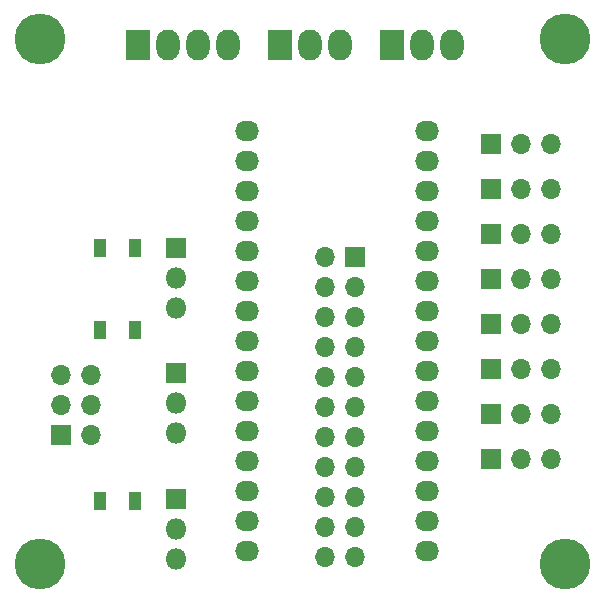
<source format=gbr>
G04 #@! TF.GenerationSoftware,KiCad,Pcbnew,(5.1.4-0-10_14)*
G04 #@! TF.CreationDate,2019-11-14T12:01:29+01:00*
G04 #@! TF.ProjectId,NANO IO,4e414e4f-2049-44f2-9e6b-696361645f70,-*
G04 #@! TF.SameCoordinates,Original*
G04 #@! TF.FileFunction,Soldermask,Bot*
G04 #@! TF.FilePolarity,Negative*
%FSLAX46Y46*%
G04 Gerber Fmt 4.6, Leading zero omitted, Abs format (unit mm)*
G04 Created by KiCad (PCBNEW (5.1.4-0-10_14)) date 2019-11-14 12:01:29*
%MOMM*%
%LPD*%
G04 APERTURE LIST*
%ADD10R,2.000000X2.600000*%
%ADD11O,2.000000X2.600000*%
%ADD12O,2.032000X1.727200*%
%ADD13R,1.800000X1.800000*%
%ADD14O,1.800000X1.800000*%
%ADD15C,4.300000*%
%ADD16R,1.000000X1.600000*%
%ADD17R,1.700000X1.700000*%
%ADD18O,1.700000X1.700000*%
G04 APERTURE END LIST*
D10*
X137848737Y-65278000D03*
D11*
X140388737Y-65278000D03*
X142928737Y-65278000D03*
X145468737Y-65278000D03*
D12*
X147066000Y-72517000D03*
X147066000Y-75057000D03*
X147066000Y-77597000D03*
X147066000Y-80137000D03*
X147066000Y-82677000D03*
X147066000Y-85217000D03*
X147066000Y-87757000D03*
X147066000Y-90297000D03*
X147066000Y-92837000D03*
X147066000Y-95377000D03*
X147066000Y-97917000D03*
X147066000Y-100457000D03*
X147066000Y-102997000D03*
X147066000Y-105537000D03*
X147066000Y-108077000D03*
X162306000Y-72517000D03*
X162306000Y-75057000D03*
X162306000Y-77597000D03*
X162306000Y-80137000D03*
X162306000Y-82677000D03*
X162306000Y-85217000D03*
X162306000Y-87757000D03*
X162306000Y-90297000D03*
X162306000Y-92837000D03*
X162306000Y-95377000D03*
X162306000Y-97917000D03*
X162306000Y-100457000D03*
X162306000Y-102997000D03*
X162306000Y-105537000D03*
X162306000Y-108077000D03*
D13*
X141100000Y-103660000D03*
D14*
X141100000Y-106200000D03*
X141100000Y-108740000D03*
D10*
X149860000Y-65278000D03*
D11*
X152400000Y-65278000D03*
X154940000Y-65278000D03*
D10*
X159385000Y-65278000D03*
D11*
X161925000Y-65278000D03*
X164465000Y-65278000D03*
D15*
X173990000Y-64770000D03*
X173990000Y-109220000D03*
X129540000Y-109220000D03*
D16*
X134600000Y-82460000D03*
X137600000Y-82460000D03*
X134600000Y-89360000D03*
X137600000Y-89360000D03*
X134600000Y-103860000D03*
X137600000Y-103860000D03*
D17*
X156210000Y-83185000D03*
D18*
X153670000Y-83185000D03*
X156210000Y-85725000D03*
X153670000Y-85725000D03*
X156210000Y-88265000D03*
X153670000Y-88265000D03*
X156210000Y-90805000D03*
X153670000Y-90805000D03*
X156210000Y-93345000D03*
X153670000Y-93345000D03*
X156210000Y-95885000D03*
X153670000Y-95885000D03*
X156210000Y-98425000D03*
X153670000Y-98425000D03*
X156210000Y-100965000D03*
X153670000Y-100965000D03*
X156210000Y-103505000D03*
X153670000Y-103505000D03*
X156210000Y-106045000D03*
X153670000Y-106045000D03*
X156210000Y-108585000D03*
X153670000Y-108585000D03*
D17*
X167720000Y-100329996D03*
D18*
X170260000Y-100329996D03*
X172800000Y-100329996D03*
D17*
X167720000Y-96518568D03*
D18*
X170260000Y-96518568D03*
X172800000Y-96518568D03*
D17*
X167720000Y-92707140D03*
D18*
X170260000Y-92707140D03*
X172800000Y-92707140D03*
D17*
X167720000Y-88895712D03*
D18*
X170260000Y-88895712D03*
X172800000Y-88895712D03*
D17*
X167700000Y-85084284D03*
D18*
X170240000Y-85084284D03*
X172780000Y-85084284D03*
D17*
X167720000Y-81272856D03*
D18*
X170260000Y-81272856D03*
X172800000Y-81272856D03*
D17*
X167700000Y-77461428D03*
D18*
X170240000Y-77461428D03*
X172780000Y-77461428D03*
D17*
X167700000Y-73650000D03*
D18*
X170240000Y-73650000D03*
X172780000Y-73650000D03*
D15*
X129540000Y-64770000D03*
D13*
X141100000Y-93060000D03*
D14*
X141100000Y-95600000D03*
X141100000Y-98140000D03*
D13*
X141100000Y-82480000D03*
D14*
X141100000Y-85020000D03*
X141100000Y-87560000D03*
D17*
X131318000Y-98298000D03*
D18*
X133858000Y-98298000D03*
X131318000Y-95758000D03*
X133858000Y-95758000D03*
X131318000Y-93218000D03*
X133858000Y-93218000D03*
M02*

</source>
